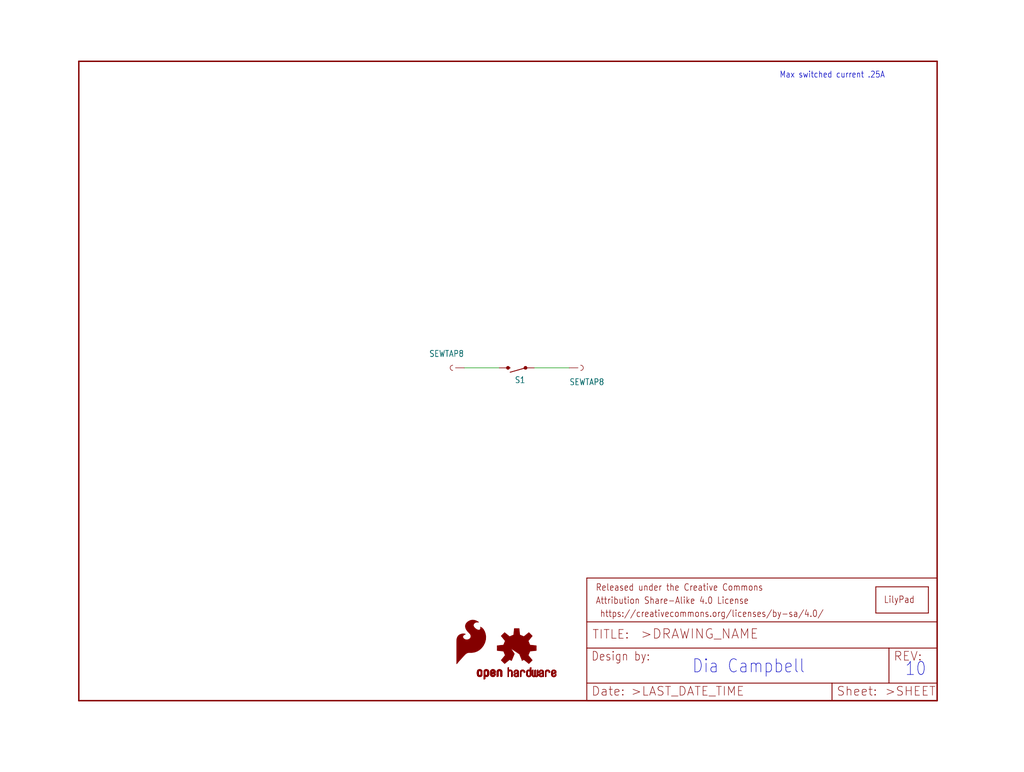
<source format=kicad_sch>
(kicad_sch (version 20211123) (generator eeschema)
  (paper "User" 297.002 223.926)
  (lib_symbols
    (symbol "eagleSchem-eagle-import:FRAME-LETTER"
      (symbol "FRAME-LETTER_2_0"
        (text " https://creativecommons.org/licenses/by-sa/4.0/" (at 2.54 24.13 0) (effects (font (size 1.9304 1.6408)) (justify left bottom)))
        (text ">DRAWING_NAME" (at 15.494 17.78 0) (effects (font (size 2.7432 2.7432)) (justify left bottom)))
        (text ">LAST_DATE_TIME" (at 12.7 1.27 0) (effects (font (size 2.54 2.54)) (justify left bottom)))
        (text ">SHEET" (at 86.36 1.27 0) (effects (font (size 2.54 2.54)) (justify left bottom)))
        (text "Attribution Share-Alike 4.0 License" (at 2.54 27.94 0) (effects (font (size 1.9304 1.6408)) (justify left bottom)))
        (text "Date:" (at 1.27 1.27 0) (effects (font (size 2.54 2.54)) (justify left bottom)))
        (text "Design by:" (at 1.27 11.43 0) (effects (font (size 2.54 2.159)) (justify left bottom)))
        (text "Released under the Creative Commons" (at 2.54 31.75 0) (effects (font (size 1.9304 1.6408)) (justify left bottom)))
        (text "REV:" (at 88.9 11.43 0) (effects (font (size 2.54 2.54)) (justify left bottom)))
        (text "Sheet:" (at 72.39 1.27 0) (effects (font (size 2.54 2.54)) (justify left bottom)))
        (text "TITLE:" (at 1.524 17.78 0) (effects (font (size 2.54 2.54)) (justify left bottom)))
      )
    )
    (symbol "eagleSchem-eagle-import:LOGO-LPLP"
      (symbol "LOGO-LPLP_1_0"
        (text "LilyPad" (at -0.254 0.254 0) (effects (font (size 1.9304 1.6408)) (justify left bottom)))
      )
    )
    (symbol "eagleSchem-eagle-import:OSHW-LOGOS-COPPER")
    (symbol "eagleSchem-eagle-import:SEWTAP8"
      (property "Reference" "JP" (at -2.54 2.54 0))
      (property "Value" "SEWTAP8" (at -2.54 -5.08 0))
      (symbol "SEWTAP8_1_0"
        (pin bidirectional line (at -2.54 0 180) (length 0) (name "1") (number "1"))
      )
    )
    (symbol "eagleSchem-eagle-import:SFE_LOGO_FLAME.1COP")
    (symbol "eagleSchem-eagle-import:SWITCH-MOMENTARY-2PTH_REED2"
      (property "Reference" "S" (at -2.54 2.54 0))
      (property "Value" "SWITCH-MOMENTARY-2PTH_REED2" (at -2.54 -2.54 0))
      (symbol "SWITCH-MOMENTARY-2PTH_REED2_1_0"
        (pin passive line (at -5.08 0 0) (length 2.54) (name "1") (number "P$1"))
        (pin passive line (at 5.08 0 180) (length 2.54) (name "2") (number "P$2"))
      )
    )
  )
  (wire (pts (xy 154.94 106.68) (xy 165.1 106.68)))
  (wire (pts (xy 134.62 106.68) (xy 144.78 106.68)))
  (text "Dia Campbell" (at 200.66 195.58 180) (effects (font (size 3.81 3.2385)) (justify left bottom)))
  (text "Max switched current .25A" (at 226.06 22.86 180) (effects (font (size 1.778 1.5113)) (justify left bottom)))
  (text "10" (at 262.382 196.342 180) (effects (font (size 3.81 3.2385)) (justify left bottom)))
  (symbol (lib_id "eagleSchem-eagle-import:SEWTAP8") (at 167.64 106.68 0) (unit 1)
    (property "Reference" "SLIDEON0" (effects hide))
    (property "Value" "SEWTAP8" (at 165.1 111.76 0) (effects (font (size 1.778 1.5113)) (justify left bottom)))
    (property "Footprint" "eagleSchem:PETAL-MEDIUM-2SIDE" (effects hide))
  )
  (symbol (lib_id "eagleSchem-eagle-import:OSHW-LOGOS-COPPER") (at 149.86 187.96 0) (unit 1)
    (property "Reference" "LOGO1" (effects hide))
    (property "Value" "OSHW-LOGOS-COPPER" (effects hide))
    (property "Footprint" "eagleSchem:OSHW-LOGO-S_COPPER" (effects hide))
  )
  (symbol (lib_id "eagleSchem-eagle-import:SFE_LOGO_FLAME.1COP") (at 132.08 193.04 0) (unit 1)
    (property "Reference" "LOGO2" (effects hide))
    (property "Value" "SFE_LOGO_FLAME.1COP" (effects hide))
    (property "Footprint" "eagleSchem:SFE_LOGO_FLAME_COPPER_.1" (effects hide))
  )
  (symbol (lib_id "eagleSchem-eagle-import:LOGO-LPLP") (at 256.54 175.26 0) (unit 1)
    (property "Reference" "U$1" (effects hide))
    (property "Value" "LOGO-LPLP" (effects hide))
    (property "Footprint" "eagleSchem:LOGO-LILYPAD" (effects hide))
  )
  (symbol (lib_id "eagleSchem-eagle-import:SEWTAP8") (at 132.08 106.68 180) (unit 1)
    (property "Reference" "SLIDEOFF0" (effects hide))
    (property "Value" "SEWTAP8" (at 134.62 101.6 0) (effects (font (size 1.778 1.5113)) (justify left bottom)))
    (property "Footprint" "eagleSchem:PETAL-MEDIUM-2SIDE" (effects hide))
  )
  (symbol (lib_id "eagleSchem-eagle-import:FRAME-LETTER") (at 170.18 203.2 0) (unit 2)
    (property "Reference" "FRAME1" (effects hide))
    (property "Value" "FRAME-LETTER" (effects hide))
    (property "Footprint" "eagleSchem:CREATIVE_COMMONS" (effects hide))
  )
  (symbol (lib_id "eagleSchem-eagle-import:SWITCH-MOMENTARY-2PTH_REED2") (at 149.86 106.68 180) (unit 1)
    (property "Reference" "S1" (at 152.4 109.22 0) (effects (font (size 1.778 1.5113)) (justify left bottom)))
    (property "Value" "REED" (effects hide))
    (property "Footprint" "eagleSchem:REED_SWITCH_PLASTIC" (effects hide))
  )
  (symbol (lib_id "eagleSchem-eagle-import:FRAME-LETTER") (at 22.86 203.2 0) (unit 1)
    (property "Reference" "FRAME1" (effects hide))
    (property "Value" "FRAME-LETTER" (effects hide))
    (property "Footprint" "eagleSchem:CREATIVE_COMMONS" (effects hide))
  )
)
</source>
